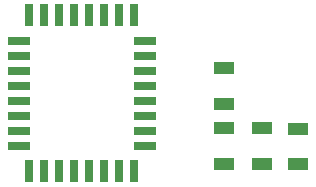
<source format=gbr>
G04 #@! TF.GenerationSoftware,KiCad,Pcbnew,5.0.0-rc2-be01b52~65~ubuntu18.04.1*
G04 #@! TF.CreationDate,2018-06-11T23:06:02+04:00*
G04 #@! TF.ProjectId,interface2_cartridge,696E74657266616365325F6361727472,rev?*
G04 #@! TF.SameCoordinates,Original*
G04 #@! TF.FileFunction,Paste,Top*
G04 #@! TF.FilePolarity,Positive*
%FSLAX46Y46*%
G04 Gerber Fmt 4.6, Leading zero omitted, Abs format (unit mm)*
G04 Created by KiCad (PCBNEW 5.0.0-rc2-be01b52~65~ubuntu18.04.1) date Mon Jun 11 23:06:02 2018*
%MOMM*%
%LPD*%
G01*
G04 APERTURE LIST*
%ADD10R,1.800000X1.070000*%
%ADD11R,0.700000X1.925000*%
%ADD12R,1.925000X0.700000*%
G04 APERTURE END LIST*
D10*
G04 #@! TO.C,D1*
X141605000Y-68980000D03*
X141605000Y-71990000D03*
G04 #@! TD*
G04 #@! TO.C,D2*
X144780000Y-71990000D03*
X144780000Y-68980000D03*
G04 #@! TD*
G04 #@! TO.C,D3*
X147828000Y-69043500D03*
X147828000Y-72053500D03*
G04 #@! TD*
G04 #@! TO.C,R1*
X141605000Y-66910000D03*
X141605000Y-63900000D03*
G04 #@! TD*
D11*
G04 #@! TO.C,U1*
X128905000Y-59447500D03*
X127635000Y-59447500D03*
X126365000Y-59447500D03*
X125095000Y-59447500D03*
X130175000Y-59447500D03*
X131445000Y-59447500D03*
X132715000Y-59447500D03*
X133985000Y-59447500D03*
D12*
X124217500Y-61595000D03*
X124217500Y-62865000D03*
X124217500Y-64135000D03*
X124217500Y-65405000D03*
X124217500Y-66675000D03*
X124217500Y-67945000D03*
X124217500Y-69215000D03*
X124217500Y-70485000D03*
D11*
X125095000Y-72632500D03*
X126365000Y-72632500D03*
X127635000Y-72632500D03*
X128905000Y-72632500D03*
X130175000Y-72632500D03*
X131445000Y-72632500D03*
X132715000Y-72632500D03*
X133985000Y-72632500D03*
D12*
X134862500Y-70485000D03*
X134862500Y-69215000D03*
X134862500Y-67945000D03*
X134862500Y-66675000D03*
X134862500Y-65405000D03*
X134862500Y-64135000D03*
X134862500Y-62865000D03*
X134862500Y-61595000D03*
G04 #@! TD*
M02*

</source>
